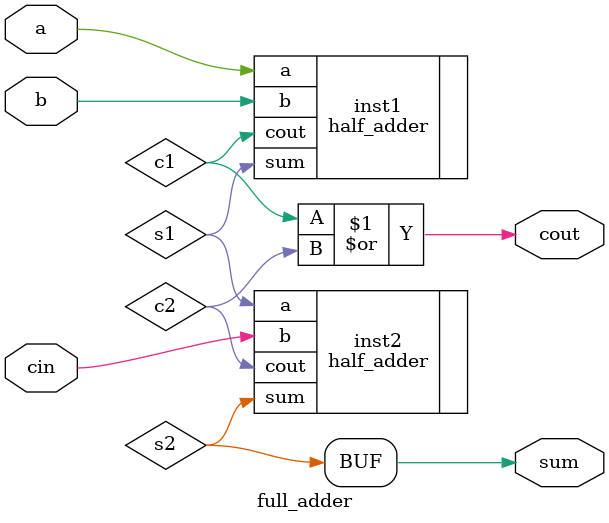
<source format=sv>
`timescale 1ns / 1ps


module full_adder(
    input a,
    input b,
    input cin,
    output sum,
    output cout
    );
    bit s1, s2, c1, c2;
    half_adder inst1(.a(a),.b(b),.sum(s1),.cout(c1));
    half_adder inst2(.a(s1),.b(cin),.sum(s2),.cout(c2));
    assign sum = s2;
    assign cout = c1|c2;
endmodule

</source>
